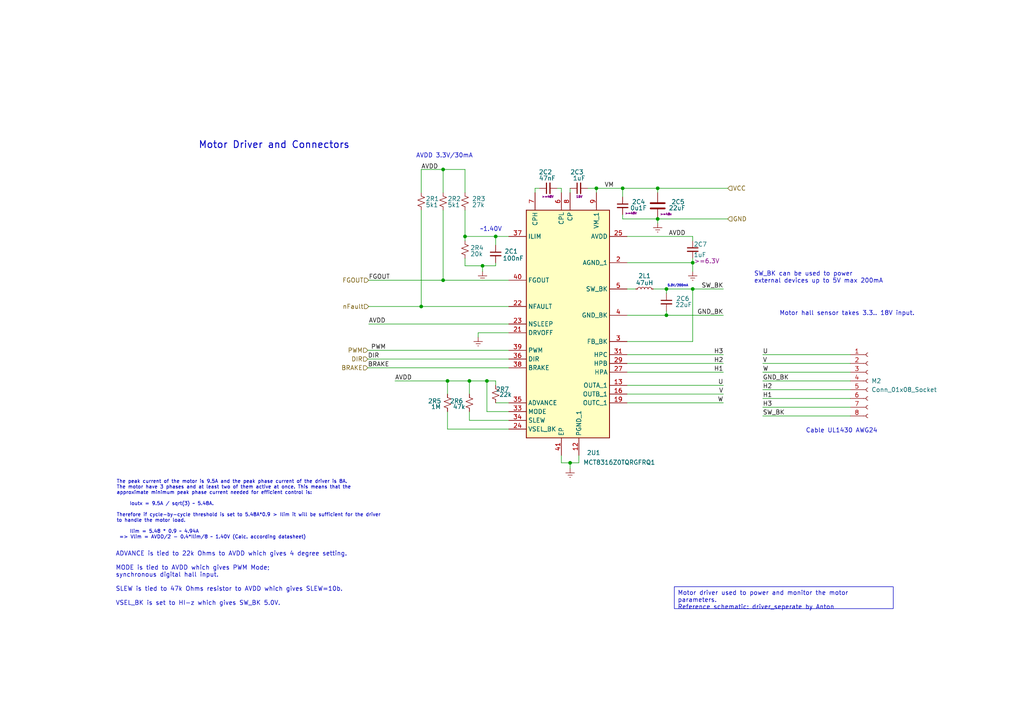
<source format=kicad_sch>
(kicad_sch (version 20231120) (generator "eeschema") (generator_version "8.0")
  (paper "A4")
  (lib_symbols
    (symbol "Connector:Conn_01x08_Socket" (pin_names (offset 1.016) hide)
      (property "Reference" "J" (at 0 10.16 0))
      (property "Value" "Conn_01x08_Socket" (at 0 -12.7 0))
      (symbol "Conn_01x08_Socket_1_1"
        (arc (start 0 -9.652) (mid -0.5058 -10.16) (end 0 -10.668) (stroke (width 0.1524)))
        (arc (start 0 -7.112) (mid -0.5058 -7.62) (end 0 -8.128) (stroke (width 0.1524)))
        (arc (start 0 -4.572) (mid -0.5058 -5.08) (end 0 -5.588) (stroke (width 0.1524)))
        (arc (start 0 -2.032) (mid -0.5058 -2.54) (end 0 -3.048) (stroke (width 0.1524)))
        (polyline (pts (xy -1.27 -10.16) (xy -0.508 -10.16)) (stroke (width 0.1524)))
        (polyline (pts (xy -1.27 -7.62) (xy -0.508 -7.62)) (stroke (width 0.1524)))
        (polyline (pts (xy -1.27 -5.08) (xy -0.508 -5.08)) (stroke (width 0.1524)))
        (polyline (pts (xy -1.27 -2.54) (xy -0.508 -2.54)) (stroke (width 0.1524)))
        (polyline (pts (xy -1.27 0) (xy -0.508 0)) (stroke (width 0.1524)))
        (polyline (pts (xy -1.27 2.54) (xy -0.508 2.54)) (stroke (width 0.1524)))
        (polyline (pts (xy -1.27 5.08) (xy -0.508 5.08)) (stroke (width 0.1524)))
        (polyline (pts (xy -1.27 7.62) (xy -0.508 7.62)) (stroke (width 0.1524)))
        (arc (start 0 0.508) (mid -0.5058 0) (end 0 -0.508) (stroke (width 0.1524)))
        (arc (start 0 3.048) (mid -0.5058 2.54) (end 0 2.032) (stroke (width 0.1524)))
        (arc (start 0 5.588) (mid -0.5058 5.08) (end 0 4.572) (stroke (width 0.1524)))
        (arc (start 0 8.128) (mid -0.5058 7.62) (end 0 7.112) (stroke (width 0.1524)))
        (pin passive line (at -5.08 7.62 0) (length 3.81) (name "Pin_1") (number "1"))
        (pin passive line (at -5.08 5.08 0) (length 3.81) (name "Pin_2") (number "2"))
        (pin passive line (at -5.08 2.54 0) (length 3.81) (name "Pin_3") (number "3"))
        (pin passive line (at -5.08 0 0) (length 3.81) (name "Pin_4") (number "4"))
        (pin passive line (at -5.08 -2.54 0) (length 3.81) (name "Pin_5") (number "5"))
        (pin passive line (at -5.08 -5.08 0) (length 3.81) (name "Pin_6") (number "6"))
        (pin passive line (at -5.08 -7.62 0) (length 3.81) (name "Pin_7") (number "7"))
        (pin passive line (at -5.08 -10.16 0) (length 3.81) (name "Pin_8") (number "8"))
      )
    )
    (symbol "Device:C" (pin_numbers hide) (pin_names (offset 0.254))
      (property "Reference" "C" (at 0.635 2.54 0))
      (property "Value" "C" (at 0.635 -2.54 0))
      (symbol "C_0_1"
        (polyline (pts (xy -2.032 -0.762) (xy 2.032 -0.762)) (stroke (width 0.508)))
        (polyline (pts (xy -2.032 0.762) (xy 2.032 0.762)) (stroke (width 0.508)))
      )
      (symbol "C_1_1"
        (pin passive line (at 0 3.81 270) (length 2.794) (name "~") (number "1"))
        (pin passive line (at 0 -3.81 90) (length 2.794) (name "~") (number "2"))
      )
    )
    (symbol "Device:C_Small" (pin_numbers hide) (pin_names (offset 0.254) hide)
      (property "Reference" "C" (at 0.254 1.778 0))
      (property "Value" "C_Small" (at 0.254 -2.032 0))
      (symbol "C_Small_0_1"
        (polyline (pts (xy -1.524 -0.508) (xy 1.524 -0.508)) (stroke (width 0.3302)))
        (polyline (pts (xy -1.524 0.508) (xy 1.524 0.508)) (stroke (width 0.3048)))
      )
      (symbol "C_Small_1_1"
        (pin passive line (at 0 2.54 270) (length 2.032) (name "~") (number "1"))
        (pin passive line (at 0 -2.54 90) (length 2.032) (name "~") (number "2"))
      )
    )
    (symbol "Device:L_Small" (pin_numbers hide) (pin_names (offset 0.254) hide)
      (property "Reference" "L" (at 0.762 1.016 0))
      (property "Value" "L_Small" (at 0.762 -1.016 0))
      (symbol "L_Small_0_1"
        (arc (start 0 -2.032) (mid 0.5058 -1.524) (end 0 -1.016))
        (arc (start 0 -1.016) (mid 0.5058 -0.508) (end 0 0))
        (arc (start 0 0) (mid 0.5058 0.508) (end 0 1.016))
        (arc (start 0 1.016) (mid 0.5058 1.524) (end 0 2.032))
      )
      (symbol "L_Small_1_1"
        (pin passive line (at 0 2.54 270) (length 0.508) (name "~") (number "1"))
        (pin passive line (at 0 -2.54 90) (length 0.508) (name "~") (number "2"))
      )
    )
    (symbol "Device:R_Small_US" (pin_numbers hide) (pin_names (offset 0.254) hide)
      (property "Reference" "R" (at 0.762 0.508 0))
      (property "Value" "R_Small_US" (at 0.762 -1.016 0))
      (symbol "R_Small_US_1_1"
        (polyline (pts (xy 0 0) (xy 1.016 -0.381) (xy 0 -0.762) (xy -1.016 -1.143) (xy 0 -1.524)))
        (polyline (pts (xy 0 1.524) (xy 1.016 1.143) (xy 0 0.762) (xy -1.016 0.381) (xy 0 0)))
        (pin passive line (at 0 2.54 270) (length 1.016) (name "~") (number "1"))
        (pin passive line (at 0 -2.54 90) (length 1.016) (name "~") (number "2"))
      )
    )
    (symbol "MCT8316Z0TQRGFRQ1:MCT8316Z0TQRGFRQ1"
      (property "Reference" "IC?" (at 5.08 -54.61 0))
      (property "Value" "MCT8316Z0TQRGFRQ1" (at 21.59 -54.61 0))
      (symbol "MCT8316Z0TQRGFRQ1_1_1"
        (rectangle (start 5.08 12.7) (end 29.21 -53.34) (stroke (width 0.254)) (fill (type background)))
        (pin no_connect line (at 29.21 -5.08 180) (length 5.08) hide (name "NC") (number "1"))
        (pin passive line (at 25.4 17.78 270) (length 5.08) hide (name "VM_2") (number "10"))
        (pin passive line (at 25.4 17.78 270) (length 5.08) hide (name "VM_3") (number "11"))
        (pin passive line (at 20.32 -58.42 90) (length 5.08) (name "PGND_1") (number "12"))
        (pin passive line (at 34.29 -38.1 180) (length 5.08) (name "OUTA_1") (number "13"))
        (pin passive line (at 34.29 -38.1 180) (length 5.08) hide (name "OUTA_2") (number "14"))
        (pin passive line (at 20.32 -58.42 90) (length 5.08) hide (name "PGND_2") (number "15"))
        (pin passive line (at 34.29 -40.64 180) (length 5.08) (name "OUTB_1") (number "16"))
        (pin passive line (at 34.29 -40.64 180) (length 5.08) hide (name "OUTB_2") (number "17"))
        (pin passive line (at 20.32 -58.42 90) (length 5.08) hide (name "PGND_3") (number "18"))
        (pin passive line (at 34.29 -43.18 180) (length 5.08) (name "OUTC_1") (number "19"))
        (pin passive line (at 34.29 -2.54 180) (length 5.08) (name "AGND_1") (number "2"))
        (pin passive line (at 34.29 -43.18 180) (length 5.08) hide (name "OUTC_2") (number "20"))
        (pin passive line (at 0 -22.86 0) (length 5.08) (name "DRVOFF") (number "21"))
        (pin passive line (at 0 -15.24 0) (length 5.08) (name "NFAULT") (number "22"))
        (pin passive line (at 0 -20.32 0) (length 5.08) (name "NSLEEP") (number "23"))
        (pin passive line (at 0 -50.8 0) (length 5.08) (name "VSEL_BK") (number "24"))
        (pin passive line (at 34.29 5.08 180) (length 5.08) (name "AVDD") (number "25"))
        (pin passive line (at 34.29 -2.54 180) (length 5.08) hide (name "AGND_2") (number "26"))
        (pin passive line (at 34.29 -34.29 180) (length 5.08) (name "HPA") (number "27"))
        (pin no_connect line (at 29.21 -21.59 180) (length 5.08) hide (name "HNA") (number "28"))
        (pin passive line (at 34.29 -31.75 180) (length 5.08) (name "HPB") (number "29"))
        (pin passive line (at 34.29 -25.4 180) (length 5.08) (name "FB_BK") (number "3"))
        (pin no_connect line (at 29.21 -21.59 180) (length 5.08) hide (name "HNB") (number "30"))
        (pin passive line (at 34.29 -29.21 180) (length 5.08) (name "HPC") (number "31"))
        (pin no_connect line (at 29.21 -21.59 180) (length 5.08) hide (name "HNC") (number "32"))
        (pin passive line (at 0 -45.72 0) (length 5.08) (name "MODE") (number "33"))
        (pin passive line (at 0 -48.26 0) (length 5.08) (name "SLEW") (number "34"))
        (pin passive line (at 0 -43.18 0) (length 5.08) (name "ADVANCE") (number "35"))
        (pin passive line (at 0 -30.48 0) (length 5.08) (name "DIR") (number "36"))
        (pin passive line (at 0 5.08 0) (length 5.08) (name "ILIM") (number "37"))
        (pin passive line (at 0 -33.02 0) (length 5.08) (name "BRAKE") (number "38"))
        (pin passive line (at 0 -27.94 0) (length 5.08) (name "PWM") (number "39"))
        (pin passive line (at 34.29 -17.78 180) (length 5.08) (name "GND_BK") (number "4"))
        (pin passive line (at 0 -7.62 0) (length 5.08) (name "FGOUT") (number "40"))
        (pin passive line (at 15.24 -58.42 90) (length 5.08) (name "EP") (number "41"))
        (pin passive line (at 34.29 -10.16 180) (length 5.08) (name "SW_BK") (number "5"))
        (pin passive line (at 15.24 17.78 270) (length 5.08) (name "CPL") (number "6"))
        (pin passive line (at 7.62 17.78 270) (length 5.08) (name "CPH") (number "7"))
        (pin passive line (at 17.78 17.78 270) (length 5.08) (name "CP") (number "8"))
        (pin passive line (at 25.4 17.78 270) (length 5.08) (name "VM_1") (number "9"))
      )
    )
    (symbol "power:GNDREF" (power) (pin_names (offset 0))
      (property "Value" "GNDREF" (at 0 -3.81 0))
      (symbol "GNDREF_0_1"
        (polyline (pts (xy -0.635 -1.905) (xy 0.635 -1.905)))
        (polyline (pts (xy -0.127 -2.54) (xy 0.127 -2.54)))
        (polyline (pts (xy 0 -1.27) (xy 0 0)))
        (polyline (pts (xy 1.27 -1.27) (xy -1.27 -1.27)))
      )
      (symbol "GNDREF_1_1"
        (pin power_in line (at 0 0 270) (length 0) hide (name "GNDREF") (number "1"))
      )
    )
  )
  (junction (at 190.754 54.61))
  (junction (at 190.754 63.5))
  (junction (at 139.954 77.089))
  (junction (at 134.874 68.58))
  (junction (at 122.174 88.9))
  (junction (at 136.144 110.49))
  (junction (at 200.914 76.2))
  (junction (at 128.524 81.28))
  (junction (at 172.974 54.61))
  (junction (at 129.794 110.49))
  (junction (at 200.914 83.82))
  (junction (at 193.294 83.82))
  (junction (at 180.594 54.61))
  (junction (at 141.224 110.49))
  (junction (at 128.524 49.149))
  (junction (at 193.294 91.44))
  (junction (at 143.764 68.58))
  (junction (at 165.354 134.239))
  (wire (pts (xy 172.974 54.61) (xy 172.974 55.88)))
  (wire (pts (xy 172.974 54.61) (xy 180.594 54.61)))
  (wire (pts (xy 165.354 134.239) (xy 162.814 134.239)))
  (wire (pts (xy 122.174 49.149) (xy 128.524 49.149)))
  (wire (pts (xy 143.764 68.58) (xy 143.764 71.12)))
  (wire (pts (xy 181.864 111.76) (xy 209.804 111.76)))
  (wire (pts (xy 181.864 107.95) (xy 209.804 107.95)))
  (wire (pts (xy 193.294 83.82) (xy 193.294 85.09)))
  (wire (pts (xy 193.294 83.82) (xy 200.914 83.82)))
  (wire (pts (xy 139.954 77.089) (xy 134.874 77.089)))
  (wire (pts (xy 181.864 105.41) (xy 209.804 105.41)))
  (wire (pts (xy 143.764 116.84) (xy 147.574 116.84)))
  (wire (pts (xy 139.954 77.089) (xy 139.954 78.74)))
  (wire (pts (xy 129.794 114.3) (xy 129.794 110.49)))
  (wire (pts (xy 134.874 77.089) (xy 134.874 74.93)))
  (wire (pts (xy 143.764 76.2) (xy 143.764 77.089)))
  (wire (pts (xy 180.594 54.61) (xy 180.594 57.15)))
  (wire (pts (xy 167.894 134.239) (xy 165.354 134.239)))
  (wire (pts (xy 122.174 49.149) (xy 122.174 55.88)))
  (wire (pts (xy 155.194 54.61) (xy 155.194 55.88)))
  (wire (pts (xy 122.174 88.9) (xy 147.574 88.9)))
  (wire (pts (xy 181.864 102.87) (xy 209.804 102.87)))
  (wire (pts (xy 221.234 107.95) (xy 246.634 107.95)))
  (wire (pts (xy 181.864 91.44) (xy 193.294 91.44)))
  (wire (pts (xy 190.754 54.61) (xy 211.074 54.61)))
  (wire (pts (xy 200.914 83.82) (xy 200.914 99.06)))
  (wire (pts (xy 128.524 49.149) (xy 134.874 49.149)))
  (wire (pts (xy 138.684 96.52) (xy 147.574 96.52)))
  (wire (pts (xy 139.954 77.089) (xy 143.764 77.089)))
  (wire (pts (xy 200.914 68.58) (xy 200.914 69.85)))
  (wire (pts (xy 221.234 118.11) (xy 246.634 118.11)))
  (wire (pts (xy 181.864 116.84) (xy 209.804 116.84)))
  (wire (pts (xy 129.794 124.46) (xy 147.574 124.46)))
  (wire (pts (xy 129.794 119.38) (xy 129.794 124.46)))
  (wire (pts (xy 136.144 110.49) (xy 136.144 114.3)))
  (wire (pts (xy 143.764 68.58) (xy 147.574 68.58)))
  (wire (pts (xy 129.794 110.49) (xy 136.144 110.49)))
  (wire (pts (xy 128.524 49.149) (xy 128.524 55.88)))
  (wire (pts (xy 193.294 90.17) (xy 193.294 91.44)))
  (wire (pts (xy 106.68 101.6) (xy 147.574 101.6)))
  (wire (pts (xy 180.594 54.61) (xy 190.754 54.61)))
  (wire (pts (xy 141.224 110.49) (xy 143.764 110.49)))
  (wire (pts (xy 221.234 105.41) (xy 246.634 105.41)))
  (wire (pts (xy 221.234 120.65) (xy 246.634 120.65)))
  (wire (pts (xy 200.914 76.2) (xy 200.914 78.74)))
  (wire (pts (xy 180.594 63.5) (xy 190.754 63.5)))
  (wire (pts (xy 200.914 74.93) (xy 200.914 76.2)))
  (wire (pts (xy 141.224 110.49) (xy 141.224 119.38)))
  (wire (pts (xy 165.354 134.239) (xy 165.354 135.89)))
  (wire (pts (xy 134.874 68.58) (xy 143.764 68.58)))
  (wire (pts (xy 134.874 49.149) (xy 134.874 55.88)))
  (wire (pts (xy 221.234 102.87) (xy 246.634 102.87)))
  (wire (pts (xy 181.864 76.2) (xy 200.914 76.2)))
  (wire (pts (xy 190.754 63.5) (xy 211.074 63.5)))
  (wire (pts (xy 106.68 104.14) (xy 147.574 104.14)))
  (wire (pts (xy 106.934 88.9) (xy 122.174 88.9)))
  (wire (pts (xy 193.294 91.44) (xy 209.804 91.44)))
  (wire (pts (xy 181.864 99.06) (xy 200.914 99.06)))
  (wire (pts (xy 165.354 54.61) (xy 165.354 55.88)))
  (wire (pts (xy 134.874 68.58) (xy 134.874 69.85)))
  (wire (pts (xy 200.914 83.82) (xy 209.804 83.82)))
  (wire (pts (xy 189.484 83.82) (xy 193.294 83.82)))
  (wire (pts (xy 143.764 110.49) (xy 143.764 111.76)))
  (wire (pts (xy 138.684 96.52) (xy 138.684 97.79)))
  (wire (pts (xy 170.434 54.61) (xy 172.974 54.61)))
  (wire (pts (xy 162.814 54.61) (xy 161.544 54.61)))
  (wire (pts (xy 128.524 81.28) (xy 106.934 81.28)))
  (wire (pts (xy 106.934 93.98) (xy 147.574 93.98)))
  (wire (pts (xy 155.194 54.61) (xy 156.464 54.61)))
  (wire (pts (xy 180.594 62.23) (xy 180.594 63.5)))
  (wire (pts (xy 162.814 54.61) (xy 162.814 55.88)))
  (wire (pts (xy 162.814 134.239) (xy 162.814 132.08)))
  (wire (pts (xy 141.224 119.38) (xy 147.574 119.38)))
  (wire (pts (xy 136.144 110.49) (xy 141.224 110.49)))
  (wire (pts (xy 190.754 54.61) (xy 190.754 55.88)))
  (wire (pts (xy 106.68 106.68) (xy 147.574 106.68)))
  (wire (pts (xy 221.234 113.03) (xy 246.634 113.03)))
  (wire (pts (xy 167.894 132.08) (xy 167.894 134.239)))
  (wire (pts (xy 190.754 63.5) (xy 190.754 64.77)))
  (wire (pts (xy 128.524 60.96) (xy 128.524 81.28)))
  (wire (pts (xy 181.864 68.58) (xy 200.914 68.58)))
  (wire (pts (xy 221.234 115.57) (xy 246.634 115.57)))
  (wire (pts (xy 181.864 114.3) (xy 209.804 114.3)))
  (wire (pts (xy 134.874 60.96) (xy 134.874 68.58)))
  (wire (pts (xy 181.864 83.82) (xy 184.404 83.82)))
  (wire (pts (xy 114.554 110.49) (xy 129.794 110.49)))
  (wire (pts (xy 122.174 60.96) (xy 122.174 88.9)))
  (wire (pts (xy 128.524 81.28) (xy 147.574 81.28)))
  (wire (pts (xy 136.144 121.92) (xy 147.574 121.92)))
  (wire (pts (xy 221.234 110.49) (xy 246.634 110.49)))
  (wire (pts (xy 136.144 119.38) (xy 136.144 121.92)))
  (text_box "Motor driver used to power and monitor the motor parameters.\nReference schematic: driver_seperate by Anton" (at 195.58 170.18 0) (size 63.5 6.35) (effects (font (size 1.27 1.27)) (justify left top)))
  (text "SW_BK can be used to power \nexternal devices up to 5V max 200mA\n" (at 218.694 82.296 0) (effects (font (size 1.27 1.27)) (justify left bottom)))
  (text "ADVANCE is tied to 22k Ohms to AVDD which gives 4 degree setting.\n\nMODE is tied to AVDD which gives PWM Mode;\nsynchronous digital hall input.\n\nSLEW is tied to 47k Ohms resistor to AVDD which gives SLEW=10b.\n\nVSEL_BK is set to HI-z which gives SW_BK 5.0V." (at 33.528 175.768 0) (effects (font (size 1.27 1.27)) (justify left bottom)))
  (text "~1.40V" (at 139.192 67.31 0) (effects (font (size 1.27 1.27)) (justify left bottom)))
  (text "Motor Driver and Connectors" (at 57.531 43.307 0) (effects (font (size 2 2) (thickness 0.254) (bold yes)) (justify left bottom)))
  (text "Cable UL1430 AWG24" (at 233.68 125.73 0) (effects (font (size 1.27 1.27)) (justify left bottom)))
  (text "AVDD 3.3V/30mA" (at 120.65 45.974 0) (effects (font (size 1.27 1.27)) (justify left bottom)))
  (text "The peak current of the motor is 9.5A and the peak phase current of the driver is 8A.\nThe motor have 3 phases and at least two of them active at once. This means that the\napproximate minimum peak phase current needed for efficient control is:\n	\n	Ioutx = 9.5A / sqrt(3) ~ 5.48A.\n\nTherefore if cycle-by-cycle threshold is set to 5.48A*0.9 > Ilim it will be sufficient for the driver\nto handle the motor load.\n\n	Ilim = 5.48 * 0.9 ~ 4.94A\n => Vlim = AVDD/2 - 0.4*Ilim/8 ~ 1.40V (Calc. according datasheet)" (at 33.782 156.464 0) (effects (font (size 1 1)) (justify left bottom)))
  (text "Motor hall sensor takes 3.3.. 18V input." (at 226.06 91.694 0) (effects (font (size 1.27 1.27)) (justify left bottom)))
  (text "5.0V/200mA" (at 193.548 83.312 0) (effects (font (size 0.635 0.635)) (justify left bottom)))
  (label "V" (at 209.804 114.3 180))
  (label "AVDD" (at 122.174 49.276 0))
  (label "H1" (at 221.234 115.57 0))
  (label "H2" (at 221.234 113.03 0))
  (label "W" (at 209.804 116.84 180))
  (label "AVDD" (at 106.934 93.98 0))
  (label "U" (at 209.804 111.76 180))
  (label "H3" (at 209.804 102.87 180))
  (label "AVDD" (at 114.554 110.49 0))
  (label "DIR" (at 106.68 104.14 0))
  (label "H2" (at 209.804 105.41 180))
  (label "VM" (at 178.054 54.61 180))
  (label "GND_BK" (at 209.804 91.44 180))
  (label "SW_BK" (at 221.234 120.65 0))
  (label "H3" (at 221.234 118.11 0))
  (label "GND_BK" (at 221.234 110.49 0))
  (label "H1" (at 209.804 107.95 180))
  (label "SW_BK" (at 209.804 83.82 180))
  (label "PWM" (at 107.569 101.6 0))
  (label "W" (at 221.234 107.95 0))
  (label "U" (at 221.234 102.87 0))
  (label "BRAKE" (at 106.68 106.68 0))
  (label "AVDD" (at 193.929 68.58 0))
  (label "V" (at 221.234 105.41 0))
  (label "FGOUT" (at 106.934 81.28 0))
  (hierarchical_label "GND" (shape input) (at 211.074 63.5 0))
  (hierarchical_label "BRAKE" (shape input) (at 106.68 106.68 180))
  (hierarchical_label "FGOUT" (shape input) (at 106.934 81.28 180))
  (hierarchical_label "DIR" (shape input) (at 106.68 104.14 180))
  (hierarchical_label "VCC" (shape input) (at 211.074 54.61 0))
  (hierarchical_label "PWM" (shape input) (at 106.68 101.6 180))
  (hierarchical_label "nFault" (shape input) (at 106.934 88.9 180))
  (symbol (lib_id "Device:L_Small") (at 186.944 83.82 90) (unit 1)
    (property "Reference" "2L1" (at 186.944 80.01 90))
    (property "Value" "47uH" (at 186.944 82.042 90))
    (property "Footprint" "Inductor_SMD:L_0805_2012Metric" (effects (hide yes)))
    (property "Description" "MFR.Part # CMI201212J470KT JLCPCB Part # C105499" (effects (hide yes)))
  )
  (symbol (lib_id "Device:R_Small_US") (at 134.874 72.39 0) (unit 1)
    (property "Reference" "2R4" (at 136.398 71.882 0) (effects (justify left)))
    (property "Value" "20k" (at 136.398 73.66 0) (effects (justify left)))
    (property "Footprint" "Resistor_SMD:R_0603_1608Metric" (effects (hide yes)))
    (property "Description" "Resistor, small US symbol" (effects (hide yes)))
  )
  (symbol (lib_id "Connector:Conn_01x08_Socket") (at 251.714 110.49 0) (unit 1)
    (property "Reference" "M2" (at 252.73 110.4899 0) (effects (justify left)))
    (property "Value" "Conn_01x08_Socket" (at 252.73 113.0299 0) (effects (justify left)))
    (property "Footprint" "Connector_PinHeader_2.54mm:PinHeader_1x08_P2.54mm_Vertical" (effects (hide yes)))
    (property "Description" "MFR.Part # X6511WVS-08H-C60D48R2 JLCPCB Part # C2883765" (effects (hide yes)))
  )
  (symbol (lib_id "power:GNDREF") (at 190.754 64.77 0) (unit 1)
    (property "Reference" "#PWR028" (effects (hide yes)))
    (property "Value" "GNDREF" (effects (hide yes)))
  )
  (symbol (lib_id "Device:R_Small_US") (at 136.144 116.84 180) (unit 1)
    (property "Reference" "2R6" (at 134.366 116.332 0) (effects (justify left)))
    (property "Value" "47k" (at 135.001 117.983 0) (effects (justify left)))
    (property "Footprint" "Resistor_SMD:R_0402_1005Metric" (effects (hide yes)))
    (property "Description" "Resistor, small US symbol" (effects (hide yes)))
  )
  (symbol (lib_id "Device:C_Small") (at 167.894 54.61 90) (unit 1)
    (property "Reference" "2C3" (at 169.291 49.911 90) (effects (justify left)))
    (property "Value" "1uF" (at 169.799 51.689 90) (effects (justify left)))
    (property "Footprint" "Capacitor_SMD:C_0402_1005Metric" (effects (hide yes)))
    (property "Description" "MFR.Part # CL05A105KP5NNNC JLCPCB Part # C14445" (effects (hide yes)))
    (property "Voltage" "16V" (at 168.021 57.023 90) (effects (font (size 0.635 0.635))))
  )
  (symbol (lib_id "Device:C") (at 190.754 59.69 0) (unit 1)
    (property "Reference" "2C5" (at 194.691 58.547 0) (effects (justify left)))
    (property "Value" "22uF" (at 193.929 60.325 0) (effects (justify left)))
    (property "Footprint" "Capacitor_SMD:C_2220_5750Metric" (effects (hide yes)))
    (property "Description" "MFR.Part # FS55X226K500EHG JLCPCB Part # C784103" (effects (hide yes)))
    (property "Voltage" ">=48v" (at 193.167 62.103 0) (effects (font (size 0.635 0.635))))
  )
  (symbol (lib_id "Device:R_Small_US") (at 122.174 58.42 0) (unit 1)
    (property "Reference" "2R1" (at 123.444 57.658 0) (effects (justify left)))
    (property "Value" "5k1" (at 123.444 59.436 0) (effects (justify left)))
    (property "Footprint" "Resistor_SMD:R_0603_1608Metric" (effects (hide yes)))
    (property "Description" "MFR.Part # ERJ3GEYJ512V JLCPCB Part # C403509" (effects (hide yes)))
  )
  (symbol (lib_id "Device:R_Small_US") (at 129.794 116.84 180) (unit 1)
    (property "Reference" "2R5" (at 128.016 116.332 0) (effects (justify left)))
    (property "Value" "1M" (at 127.889 117.983 0) (effects (justify left)))
    (property "Footprint" "Resistor_SMD:R_0805_2012Metric" (effects (hide yes)))
    (property "Description" "Resistor, small US symbol" (effects (hide yes)))
  )
  (symbol (lib_id "Device:C_Small") (at 159.004 54.61 90) (unit 1)
    (property "Reference" "2C2" (at 160.147 49.911 90) (effects (justify left)))
    (property "Value" "47nF" (at 161.163 51.689 90) (effects (justify left)))
    (property "Footprint" "Capacitor_SMD:C_0402_1005Metric" (effects (hide yes)))
    (property "Description" "MFR.Part # CL05B473KB5VPNC JLCPCB Part # C307339" (effects (hide yes)))
    (property "Voltage" ">=48V" (at 158.877 57.023 90) (effects (font (size 0.635 0.635))))
  )
  (symbol (lib_id "Device:R_Small_US") (at 134.874 58.42 0) (unit 1)
    (property "Reference" "2R3" (at 136.906 57.658 0) (effects (justify left)))
    (property "Value" "27k" (at 136.906 59.436 0) (effects (justify left)))
    (property "Footprint" "Resistor_SMD:R_0603_1608Metric" (effects (hide yes)))
    (property "Description" "Resistor, small US symbol" (effects (hide yes)))
  )
  (symbol (lib_id "MCT8316Z0TQRGFRQ1:MCT8316Z0TQRGFRQ1") (at 147.574 73.66 0) (unit 1)
    (property "Reference" "2U1" (at 170.18 131.318 0) (effects (justify left)))
    (property "Value" "MCT8316Z0TQRGFRQ1" (at 169.164 134.112 0) (effects (justify left)))
    (property "Footprint" "MTR:RGF0040E-IPC_B" (effects (hide yes)))
    (property "Reference_1" "IC" (effects (hide yes)))
    (property "Value_1" "MCT8316Z0TQRGFRQ1" (effects (hide yes)))
    (property "Footprint_1" "QFN50P500X700X100-41N-D" (effects (hide yes)))
    (property "Datasheet_1" "https://www.ti.com/lit/ds/symlink/mct8316z-q1.pdf?ts=1644468763902&ref_url=https%253A%252F%252Fwww.ti.com%252Fproduct%252FMCT8316Z-Q1" (effects (hide yes)))
    (property "Height" "1" (effects (hide yes)))
    (property "Mouser Part Number" "595-CT8316Z0TQRGFRQ1" (effects (hide yes)))
    (property "Mouser Price/Stock" "https://www.mouser.co.uk/ProductDetail/Texas-Instruments/MCT8316Z0TQRGFRQ1?qs=doiCPypUmgGjpIW3bYp16w%3D%3D" (effects (hide yes)))
    (property "Manufacturer_Name" "Texas Instruments" (effects (hide yes)))
    (property "Manufacturer_Part_Number" "MCT8316Z0TQRGFRQ1" (effects (hide yes)))
  )
  (symbol (lib_id "Device:C_Small") (at 180.594 59.69 0) (unit 1)
    (property "Reference" "2C4" (at 183.261 58.547 0) (effects (justify left)))
    (property "Value" "0u1F" (at 182.753 60.325 0) (effects (justify left)))
    (property "Footprint" "Capacitor_SMD:C_0402_1005Metric" (effects (hide yes)))
    (property "Description" "MFR.Part # CL05B104KB54PNC JLCPCB Part # C307331" (effects (hide yes)))
    (property "Voltage" ">=48V" (at 183.007 61.849 0) (effects (font (size 0.635 0.635))))
  )
  (symbol (lib_id "power:GNDREF") (at 138.684 97.79 0) (unit 1)
    (property "Reference" "#PWR025" (effects (hide yes)))
    (property "Value" "GNDREF" (effects (hide yes)))
  )
  (symbol (lib_id "Device:R_Small_US") (at 143.764 114.3 180) (unit 1)
    (property "Reference" "2R7" (at 147.701 112.903 0) (effects (justify left)))
    (property "Value" "22k" (at 148.463 114.427 0) (effects (justify left)))
    (property "Footprint" "Resistor_SMD:R_0402_1005Metric" (effects (hide yes)))
    (property "Description" "Resistor, small US symbol" (effects (hide yes)))
  )
  (symbol (lib_id "Device:C_Small") (at 200.914 72.39 0) (unit 1)
    (property "Reference" "2C7" (at 201.168 70.866 0) (effects (justify left)))
    (property "Value" "1uF" (at 201.168 73.914 0) (effects (justify left)))
    (property "Footprint" "Capacitor_SMD:C_0402_1005Metric" (effects (hide yes)))
    (property "Description" "MFR.Part # GRM155R61A105KE15D JLCPCB Part # C76999" (effects (hide yes)))
    (property "Voltage" ">=6.3V" (at 204.978 75.692 0))
  )
  (symbol (lib_id "power:GNDREF") (at 200.914 78.74 0) (unit 1)
    (property "Reference" "#PWR030" (effects (hide yes)))
    (property "Value" "GNDREF" (effects (hide yes)))
  )
  (symbol (lib_id "Device:C_Small") (at 193.294 87.63 0) (unit 1)
    (property "Reference" "2C6" (at 196.088 86.614 0) (effects (justify left)))
    (property "Value" "22uF" (at 195.834 88.392 0) (effects (justify left)))
    (property "Footprint" "Capacitor_SMD:C_0402_1005Metric" (effects (hide yes)))
    (property "Description" "MFR.Part # CL05A226MQ5QUNC JLCPCB Part # C105226" (effects (hide yes)))
  )
  (symbol (lib_id "Device:C_Small") (at 143.764 73.66 0) (unit 1)
    (property "Reference" "2C1" (at 146.304 72.898 0) (effects (justify left)))
    (property "Value" "100nF" (at 145.796 74.93 0) (effects (justify left)))
    (property "Footprint" "Capacitor_SMD:C_0402_1005Metric" (effects (hide yes)))
    (property "Description" "MFR.Part # CL05B104KO5NNNC JLCPCB Part # C1525" (effects (hide yes)))
  )
  (symbol (lib_id "Device:R_Small_US") (at 128.524 58.42 0) (unit 1)
    (property "Reference" "2R2" (at 129.794 57.658 0) (effects (justify left)))
    (property "Value" "5k1" (at 129.794 59.436 0) (effects (justify left)))
    (property "Footprint" "Resistor_SMD:R_0603_1608Metric" (effects (hide yes)))
    (property "Description" "MFR.Part # ERJ3GEYJ512V JLCPCB Part # C403509" (effects (hide yes)))
  )
  (symbol (lib_id "power:GNDREF") (at 165.354 135.89 0) (unit 1)
    (property "Reference" "#PWR027" (effects (hide yes)))
    (property "Value" "GNDREF" (effects (hide yes)))
  )
  (symbol (lib_id "power:GNDREF") (at 139.954 78.74 0) (unit 1)
    (property "Reference" "#PWR026" (effects (hide yes)))
    (property "Value" "GNDREF" (effects (hide yes)))
  )
)
</source>
